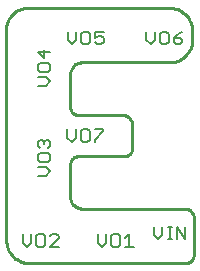
<source format=gbo>
G75*
%MOIN*%
%OFA0B0*%
%FSLAX24Y24*%
%IPPOS*%
%LPD*%
%AMOC8*
5,1,8,0,0,1.08239X$1,22.5*
%
%ADD10C,0.0100*%
%ADD11C,0.0080*%
D10*
X003142Y002517D02*
X008354Y002517D01*
X008354Y002516D02*
X008386Y002518D01*
X008418Y002523D01*
X008449Y002532D01*
X008479Y002545D01*
X008507Y002560D01*
X008534Y002579D01*
X008558Y002600D01*
X008579Y002624D01*
X008598Y002651D01*
X008613Y002679D01*
X008626Y002709D01*
X008635Y002740D01*
X008640Y002772D01*
X008642Y002804D01*
X008642Y004042D01*
X008641Y004041D02*
X008636Y004074D01*
X008628Y004107D01*
X008616Y004138D01*
X008601Y004168D01*
X008583Y004196D01*
X008562Y004222D01*
X008539Y004246D01*
X008513Y004268D01*
X008485Y004286D01*
X008455Y004301D01*
X008424Y004314D01*
X008392Y004323D01*
X008359Y004328D01*
X008325Y004330D01*
X008292Y004328D01*
X008292Y004329D02*
X004954Y004329D01*
X004917Y004328D01*
X004879Y004330D01*
X004842Y004336D01*
X004806Y004345D01*
X004770Y004358D01*
X004736Y004374D01*
X004703Y004392D01*
X004673Y004414D01*
X004644Y004439D01*
X004618Y004466D01*
X004594Y004495D01*
X004574Y004526D01*
X004556Y004559D01*
X004541Y004594D01*
X004530Y004630D01*
X004522Y004666D01*
X004517Y004704D01*
X004517Y005829D01*
X004522Y005861D01*
X004531Y005891D01*
X004543Y005920D01*
X004558Y005948D01*
X004576Y005974D01*
X004598Y005998D01*
X004621Y006019D01*
X004647Y006037D01*
X004675Y006053D01*
X004704Y006065D01*
X004735Y006074D01*
X004766Y006079D01*
X004798Y006081D01*
X004829Y006079D01*
X006292Y006079D01*
X006292Y006080D02*
X006323Y006078D01*
X006354Y006080D01*
X006385Y006085D01*
X006414Y006095D01*
X006443Y006107D01*
X006469Y006124D01*
X006494Y006143D01*
X006516Y006165D01*
X006535Y006189D01*
X006551Y006216D01*
X006564Y006244D01*
X006573Y006274D01*
X006579Y006305D01*
X006579Y006304D02*
X006579Y007103D01*
X006578Y007103D02*
X006580Y007136D01*
X006578Y007170D01*
X006572Y007203D01*
X006564Y007235D01*
X006551Y007267D01*
X006536Y007297D01*
X006517Y007325D01*
X006496Y007351D01*
X006472Y007374D01*
X006446Y007395D01*
X006417Y007413D01*
X006387Y007428D01*
X006356Y007440D01*
X006323Y007448D01*
X006290Y007453D01*
X006291Y007454D02*
X004756Y007454D01*
X004756Y007455D02*
X004726Y007460D01*
X004696Y007469D01*
X004668Y007480D01*
X004642Y007495D01*
X004617Y007513D01*
X004594Y007533D01*
X004574Y007556D01*
X004556Y007581D01*
X004542Y007608D01*
X004530Y007636D01*
X004522Y007665D01*
X004517Y007695D01*
X004515Y007726D01*
X004517Y007756D01*
X004517Y008804D01*
X004519Y008843D01*
X004525Y008882D01*
X004534Y008920D01*
X004547Y008957D01*
X004564Y008993D01*
X004584Y009026D01*
X004608Y009058D01*
X004634Y009087D01*
X004663Y009113D01*
X004695Y009137D01*
X004728Y009157D01*
X004764Y009174D01*
X004801Y009187D01*
X004839Y009196D01*
X004878Y009202D01*
X004917Y009204D01*
X007915Y009204D01*
X007969Y009212D01*
X008022Y009225D01*
X008074Y009241D01*
X008125Y009261D01*
X008174Y009284D01*
X008221Y009311D01*
X008267Y009341D01*
X008310Y009375D01*
X008350Y009411D01*
X008388Y009450D01*
X008423Y009492D01*
X008455Y009536D01*
X008484Y009583D01*
X008510Y009631D01*
X008531Y009681D01*
X008550Y009732D01*
X008564Y009785D01*
X008575Y009838D01*
X008582Y009892D01*
X008585Y009947D01*
X008584Y010001D01*
X008579Y010056D01*
X008579Y010216D01*
X008582Y010268D01*
X008581Y010321D01*
X008576Y010374D01*
X008567Y010426D01*
X008555Y010477D01*
X008539Y010528D01*
X008519Y010577D01*
X008496Y010625D01*
X008470Y010670D01*
X008440Y010714D01*
X008407Y010756D01*
X008372Y010795D01*
X008334Y010832D01*
X008293Y010865D01*
X008250Y010896D01*
X008205Y010924D01*
X008158Y010948D01*
X008109Y010969D01*
X008059Y010986D01*
X008008Y011000D01*
X007956Y011010D01*
X007903Y011016D01*
X007903Y011017D02*
X003017Y011017D01*
X003017Y011016D02*
X002965Y011010D01*
X002915Y010999D01*
X002865Y010985D01*
X002817Y010967D01*
X002770Y010946D01*
X002725Y010921D01*
X002681Y010893D01*
X002640Y010862D01*
X002602Y010827D01*
X002566Y010790D01*
X002533Y010751D01*
X002503Y010709D01*
X002476Y010664D01*
X002453Y010618D01*
X002433Y010571D01*
X002417Y010522D01*
X002404Y010472D01*
X002395Y010421D01*
X002390Y010370D01*
X002389Y010318D01*
X002392Y010267D01*
X002392Y003267D01*
X002394Y003213D01*
X002400Y003160D01*
X002409Y003108D01*
X002422Y003056D01*
X002439Y003005D01*
X002460Y002955D01*
X002484Y002908D01*
X002511Y002862D01*
X002542Y002818D01*
X002575Y002776D01*
X002612Y002737D01*
X002651Y002700D01*
X002693Y002667D01*
X002737Y002636D01*
X002783Y002609D01*
X002830Y002585D01*
X002880Y002564D01*
X002931Y002547D01*
X002983Y002534D01*
X003035Y002525D01*
X003088Y002519D01*
X003142Y002517D01*
D11*
X003072Y003057D02*
X002932Y003197D01*
X002932Y003477D01*
X003212Y003477D02*
X003212Y003197D01*
X003072Y003057D01*
X003392Y003127D02*
X003392Y003407D01*
X003462Y003477D01*
X003602Y003477D01*
X003672Y003407D01*
X003672Y003127D01*
X003602Y003057D01*
X003462Y003057D01*
X003392Y003127D01*
X003852Y003057D02*
X004133Y003337D01*
X004133Y003407D01*
X004063Y003477D01*
X003923Y003477D01*
X003852Y003407D01*
X003852Y003057D02*
X004133Y003057D01*
X005432Y003197D02*
X005572Y003057D01*
X005712Y003197D01*
X005712Y003477D01*
X005892Y003407D02*
X005892Y003127D01*
X005962Y003057D01*
X006102Y003057D01*
X006172Y003127D01*
X006172Y003407D01*
X006102Y003477D01*
X005962Y003477D01*
X005892Y003407D01*
X005432Y003477D02*
X005432Y003197D01*
X006352Y003337D02*
X006493Y003477D01*
X006493Y003057D01*
X006633Y003057D02*
X006352Y003057D01*
X007307Y003447D02*
X007447Y003307D01*
X007587Y003447D01*
X007587Y003727D01*
X007767Y003727D02*
X007907Y003727D01*
X007837Y003727D02*
X007837Y003307D01*
X007767Y003307D02*
X007907Y003307D01*
X008074Y003307D02*
X008074Y003727D01*
X008354Y003307D01*
X008354Y003727D01*
X007307Y003727D02*
X007307Y003447D01*
X005346Y006557D02*
X005346Y006627D01*
X005627Y006907D01*
X005627Y006977D01*
X005346Y006977D01*
X005166Y006907D02*
X005096Y006977D01*
X004956Y006977D01*
X004886Y006907D01*
X004886Y006627D01*
X004956Y006557D01*
X005096Y006557D01*
X005166Y006627D01*
X005166Y006907D01*
X004706Y006977D02*
X004706Y006697D01*
X004566Y006557D01*
X004425Y006697D01*
X004425Y006977D01*
X003852Y006563D02*
X003852Y006423D01*
X003782Y006352D01*
X003782Y006172D02*
X003501Y006172D01*
X003431Y006102D01*
X003431Y005962D01*
X003501Y005892D01*
X003782Y005892D01*
X003852Y005962D01*
X003852Y006102D01*
X003782Y006172D01*
X003501Y006352D02*
X003431Y006423D01*
X003431Y006563D01*
X003501Y006633D01*
X003571Y006633D01*
X003641Y006563D01*
X003712Y006633D01*
X003782Y006633D01*
X003852Y006563D01*
X003641Y006563D02*
X003641Y006493D01*
X003712Y005712D02*
X003431Y005712D01*
X003431Y005432D02*
X003712Y005432D01*
X003852Y005572D01*
X003712Y005712D01*
X003712Y008432D02*
X003431Y008432D01*
X003431Y008712D02*
X003712Y008712D01*
X003852Y008572D01*
X003712Y008432D01*
X003782Y008892D02*
X003501Y008892D01*
X003431Y008962D01*
X003431Y009102D01*
X003501Y009172D01*
X003782Y009172D01*
X003852Y009102D01*
X003852Y008962D01*
X003782Y008892D01*
X003641Y009352D02*
X003641Y009633D01*
X003431Y009563D02*
X003852Y009563D01*
X003641Y009352D02*
X003431Y009563D01*
X004432Y009947D02*
X004572Y009807D01*
X004712Y009947D01*
X004712Y010227D01*
X004892Y010157D02*
X004892Y009877D01*
X004962Y009807D01*
X005102Y009807D01*
X005172Y009877D01*
X005172Y010157D01*
X005102Y010227D01*
X004962Y010227D01*
X004892Y010157D01*
X004432Y010227D02*
X004432Y009947D01*
X005352Y010017D02*
X005493Y010087D01*
X005563Y010087D01*
X005633Y010017D01*
X005633Y009877D01*
X005563Y009807D01*
X005423Y009807D01*
X005352Y009877D01*
X005352Y010017D02*
X005352Y010227D01*
X005633Y010227D01*
X007057Y010227D02*
X007057Y009947D01*
X007197Y009807D01*
X007337Y009947D01*
X007337Y010227D01*
X007517Y010157D02*
X007517Y009877D01*
X007587Y009807D01*
X007727Y009807D01*
X007797Y009877D01*
X007797Y010157D01*
X007727Y010227D01*
X007587Y010227D01*
X007517Y010157D01*
X007977Y010017D02*
X007977Y009877D01*
X008048Y009807D01*
X008188Y009807D01*
X008258Y009877D01*
X008258Y009947D01*
X008188Y010017D01*
X007977Y010017D01*
X008118Y010157D01*
X008258Y010227D01*
M02*

</source>
